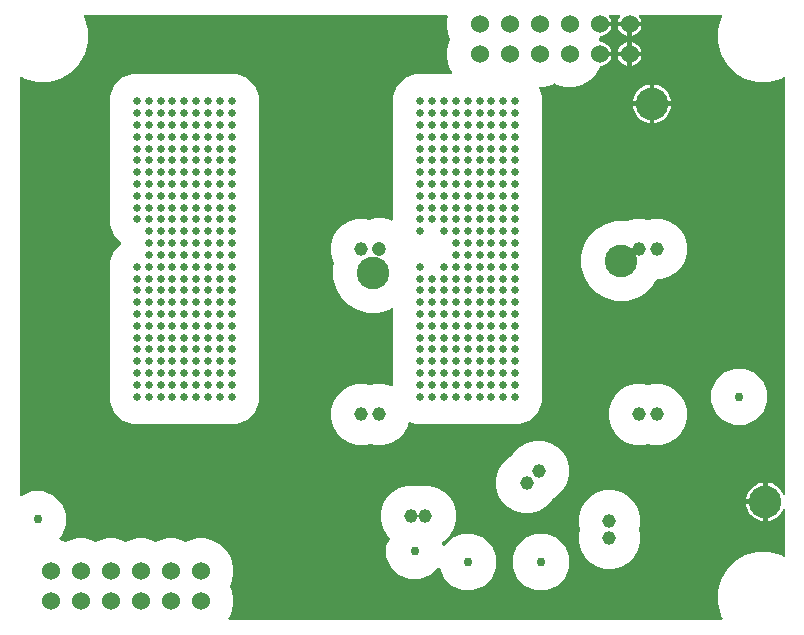
<source format=gbr>
G04 EAGLE Gerber RS-274X export*
G75*
%MOMM*%
%FSLAX34Y34*%
%LPD*%
%INCopper Layer 15*%
%IPPOS*%
%AMOC8*
5,1,8,0,0,1.08239X$1,22.5*%
G01*
%ADD10C,2.760000*%
%ADD11C,1.524000*%
%ADD12C,0.656400*%
%ADD13C,0.756400*%
%ADD14C,1.206400*%
%ADD15C,1.156400*%

G36*
X614824Y21007D02*
X614824Y21007D01*
X614867Y21004D01*
X614963Y21027D01*
X615061Y21041D01*
X615100Y21058D01*
X615142Y21068D01*
X615228Y21116D01*
X615318Y21157D01*
X615350Y21185D01*
X615388Y21206D01*
X615457Y21276D01*
X615532Y21340D01*
X615556Y21376D01*
X615586Y21407D01*
X615632Y21493D01*
X615687Y21576D01*
X615699Y21617D01*
X615719Y21655D01*
X615740Y21752D01*
X615769Y21846D01*
X615770Y21889D01*
X615779Y21931D01*
X615771Y22029D01*
X615773Y22128D01*
X615761Y22169D01*
X615758Y22212D01*
X615727Y22292D01*
X615698Y22400D01*
X615666Y22451D01*
X615647Y22500D01*
X614123Y25139D01*
X611499Y34931D01*
X611499Y45069D01*
X614123Y54861D01*
X619192Y63640D01*
X626360Y70808D01*
X635139Y75877D01*
X644931Y78501D01*
X655069Y78501D01*
X664861Y75877D01*
X667500Y74353D01*
X667540Y74337D01*
X667576Y74313D01*
X667671Y74285D01*
X667762Y74248D01*
X667805Y74244D01*
X667846Y74231D01*
X667944Y74230D01*
X668043Y74220D01*
X668085Y74228D01*
X668128Y74227D01*
X668223Y74254D01*
X668320Y74272D01*
X668358Y74291D01*
X668400Y74302D01*
X668484Y74354D01*
X668572Y74399D01*
X668603Y74428D01*
X668640Y74451D01*
X668706Y74524D01*
X668778Y74591D01*
X668800Y74628D01*
X668829Y74660D01*
X668872Y74749D01*
X668922Y74834D01*
X668933Y74875D01*
X668952Y74914D01*
X668965Y74998D01*
X668993Y75107D01*
X668991Y75167D01*
X668999Y75218D01*
X668999Y114316D01*
X668987Y114402D01*
X668984Y114489D01*
X668967Y114541D01*
X668959Y114595D01*
X668924Y114674D01*
X668897Y114757D01*
X668866Y114802D01*
X668843Y114852D01*
X668787Y114918D01*
X668738Y114990D01*
X668695Y115025D01*
X668660Y115066D01*
X668587Y115114D01*
X668520Y115169D01*
X668470Y115191D01*
X668424Y115221D01*
X668341Y115246D01*
X668261Y115280D01*
X668207Y115287D01*
X668154Y115303D01*
X668067Y115304D01*
X667981Y115315D01*
X667927Y115306D01*
X667872Y115307D01*
X667788Y115284D01*
X667703Y115270D01*
X667653Y115246D01*
X667600Y115232D01*
X667526Y115186D01*
X667448Y115149D01*
X667407Y115112D01*
X667360Y115084D01*
X667302Y115019D01*
X667237Y114962D01*
X667211Y114918D01*
X667171Y114874D01*
X667122Y114772D01*
X667077Y114698D01*
X666687Y113757D01*
X665616Y111902D01*
X664312Y110203D01*
X662797Y108688D01*
X661098Y107384D01*
X659243Y106313D01*
X657264Y105493D01*
X655195Y104939D01*
X653999Y104781D01*
X653999Y120000D01*
X653990Y120063D01*
X653991Y120128D01*
X653970Y120202D01*
X653959Y120279D01*
X653933Y120338D01*
X653916Y120400D01*
X653875Y120466D01*
X653843Y120536D01*
X653801Y120585D01*
X653768Y120640D01*
X653710Y120691D01*
X653660Y120750D01*
X653606Y120786D01*
X653558Y120829D01*
X653489Y120862D01*
X653424Y120905D01*
X653362Y120924D01*
X653305Y120952D01*
X653235Y120962D01*
X653154Y120987D01*
X653069Y120988D01*
X653000Y120999D01*
X651999Y120999D01*
X651999Y121001D01*
X653000Y121001D01*
X653064Y121010D01*
X653128Y121009D01*
X653203Y121030D01*
X653279Y121041D01*
X653338Y121067D01*
X653400Y121084D01*
X653466Y121125D01*
X653536Y121157D01*
X653585Y121199D01*
X653640Y121232D01*
X653692Y121290D01*
X653750Y121340D01*
X653786Y121394D01*
X653829Y121442D01*
X653862Y121511D01*
X653905Y121576D01*
X653924Y121638D01*
X653952Y121696D01*
X653962Y121765D01*
X653987Y121846D01*
X653988Y121931D01*
X653999Y122000D01*
X653999Y137219D01*
X655195Y137061D01*
X657264Y136507D01*
X659243Y135687D01*
X661098Y134616D01*
X662797Y133312D01*
X664312Y131797D01*
X665616Y130098D01*
X666687Y128243D01*
X667077Y127302D01*
X667121Y127227D01*
X667157Y127148D01*
X667192Y127106D01*
X667220Y127059D01*
X667284Y127000D01*
X667340Y126934D01*
X667386Y126904D01*
X667426Y126866D01*
X667503Y126827D01*
X667576Y126779D01*
X667629Y126763D01*
X667678Y126738D01*
X667763Y126722D01*
X667846Y126697D01*
X667901Y126696D01*
X667955Y126686D01*
X668041Y126694D01*
X668128Y126693D01*
X668181Y126708D01*
X668235Y126713D01*
X668316Y126745D01*
X668400Y126768D01*
X668446Y126797D01*
X668497Y126817D01*
X668566Y126871D01*
X668640Y126916D01*
X668676Y126957D01*
X668720Y126991D01*
X668771Y127061D01*
X668829Y127126D01*
X668853Y127175D01*
X668885Y127220D01*
X668914Y127301D01*
X668952Y127379D01*
X668960Y127430D01*
X668979Y127485D01*
X668986Y127599D01*
X668999Y127684D01*
X668999Y479782D01*
X668993Y479824D01*
X668996Y479867D01*
X668973Y479963D01*
X668959Y480061D01*
X668942Y480100D01*
X668932Y480142D01*
X668884Y480228D01*
X668843Y480318D01*
X668815Y480350D01*
X668794Y480388D01*
X668724Y480457D01*
X668660Y480532D01*
X668624Y480556D01*
X668593Y480586D01*
X668507Y480632D01*
X668424Y480687D01*
X668383Y480699D01*
X668345Y480719D01*
X668248Y480740D01*
X668154Y480769D01*
X668111Y480770D01*
X668069Y480779D01*
X667971Y480771D01*
X667872Y480773D01*
X667831Y480761D01*
X667788Y480758D01*
X667708Y480727D01*
X667600Y480698D01*
X667549Y480666D01*
X667500Y480647D01*
X664861Y479123D01*
X655069Y476499D01*
X644931Y476499D01*
X635139Y479123D01*
X626360Y484192D01*
X619192Y491360D01*
X614123Y500139D01*
X611499Y509931D01*
X611499Y520069D01*
X614123Y529861D01*
X615070Y531500D01*
X615086Y531540D01*
X615109Y531576D01*
X615138Y531671D01*
X615175Y531762D01*
X615179Y531805D01*
X615192Y531846D01*
X615193Y531944D01*
X615203Y532043D01*
X615195Y532085D01*
X615195Y532128D01*
X615169Y532223D01*
X615151Y532320D01*
X615132Y532358D01*
X615120Y532400D01*
X615068Y532484D01*
X615024Y532572D01*
X614995Y532603D01*
X614972Y532640D01*
X614899Y532706D01*
X614831Y532778D01*
X614795Y532800D01*
X614763Y532829D01*
X614674Y532872D01*
X614589Y532922D01*
X614548Y532933D01*
X614509Y532952D01*
X614424Y532965D01*
X614316Y532993D01*
X614256Y532991D01*
X614204Y532999D01*
X545999Y532999D01*
X545905Y532986D01*
X545810Y532981D01*
X545766Y532966D01*
X545720Y532959D01*
X545634Y532920D01*
X545544Y532889D01*
X545506Y532862D01*
X545463Y532843D01*
X545391Y532781D01*
X545313Y532727D01*
X545284Y532690D01*
X545249Y532660D01*
X545197Y532580D01*
X545138Y532506D01*
X545120Y532463D01*
X545094Y532424D01*
X545067Y532333D01*
X545031Y532245D01*
X545026Y532199D01*
X545012Y532154D01*
X545011Y532059D01*
X545001Y531965D01*
X545009Y531919D01*
X545008Y531872D01*
X545034Y531781D01*
X545050Y531687D01*
X545070Y531648D01*
X545083Y531600D01*
X545150Y531493D01*
X545191Y531413D01*
X545690Y530725D01*
X546416Y529300D01*
X546911Y527779D01*
X546971Y527399D01*
X538000Y527399D01*
X537937Y527390D01*
X537872Y527391D01*
X537798Y527370D01*
X537721Y527359D01*
X537662Y527333D01*
X537600Y527316D01*
X537534Y527275D01*
X537464Y527243D01*
X537415Y527201D01*
X537360Y527168D01*
X537309Y527110D01*
X537250Y527060D01*
X537214Y527006D01*
X537171Y526958D01*
X537138Y526889D01*
X537095Y526824D01*
X537076Y526762D01*
X537048Y526705D01*
X537038Y526635D01*
X537013Y526554D01*
X537012Y526469D01*
X537001Y526400D01*
X537001Y525399D01*
X536999Y525399D01*
X536999Y526400D01*
X536990Y526464D01*
X536991Y526528D01*
X536970Y526603D01*
X536959Y526679D01*
X536933Y526738D01*
X536916Y526800D01*
X536875Y526866D01*
X536843Y526936D01*
X536801Y526985D01*
X536768Y527040D01*
X536710Y527092D01*
X536660Y527150D01*
X536606Y527186D01*
X536558Y527229D01*
X536489Y527262D01*
X536424Y527305D01*
X536362Y527324D01*
X536304Y527352D01*
X536235Y527362D01*
X536154Y527387D01*
X536069Y527388D01*
X536000Y527399D01*
X527029Y527399D01*
X527089Y527779D01*
X527584Y529300D01*
X528310Y530725D01*
X528809Y531413D01*
X528854Y531497D01*
X528906Y531576D01*
X528919Y531621D01*
X528941Y531662D01*
X528960Y531755D01*
X528988Y531846D01*
X528989Y531892D01*
X528998Y531938D01*
X528990Y532033D01*
X528992Y532128D01*
X528979Y532173D01*
X528976Y532219D01*
X528942Y532308D01*
X528917Y532400D01*
X528892Y532439D01*
X528876Y532483D01*
X528818Y532559D01*
X528768Y532640D01*
X528734Y532671D01*
X528706Y532708D01*
X528630Y532765D01*
X528559Y532829D01*
X528517Y532849D01*
X528480Y532877D01*
X528391Y532910D01*
X528305Y532952D01*
X528262Y532958D01*
X528216Y532976D01*
X528090Y532985D01*
X528001Y532999D01*
X520599Y532999D01*
X520505Y532986D01*
X520410Y532981D01*
X520366Y532966D01*
X520320Y532959D01*
X520234Y532920D01*
X520144Y532889D01*
X520106Y532862D01*
X520063Y532843D01*
X519991Y532781D01*
X519913Y532727D01*
X519884Y532690D01*
X519849Y532660D01*
X519797Y532580D01*
X519738Y532506D01*
X519720Y532463D01*
X519694Y532424D01*
X519667Y532333D01*
X519631Y532245D01*
X519626Y532199D01*
X519612Y532154D01*
X519611Y532059D01*
X519601Y531965D01*
X519609Y531919D01*
X519608Y531872D01*
X519634Y531780D01*
X519650Y531687D01*
X519670Y531648D01*
X519683Y531600D01*
X519750Y531493D01*
X519791Y531413D01*
X520290Y530725D01*
X521016Y529300D01*
X521511Y527779D01*
X521571Y527399D01*
X514820Y527399D01*
X514756Y527390D01*
X514692Y527391D01*
X514617Y527370D01*
X514541Y527359D01*
X514482Y527333D01*
X514420Y527316D01*
X514354Y527275D01*
X514284Y527243D01*
X514235Y527201D01*
X514180Y527168D01*
X514128Y527110D01*
X514070Y527060D01*
X514034Y527006D01*
X513991Y526958D01*
X513958Y526889D01*
X513915Y526824D01*
X513896Y526762D01*
X513868Y526705D01*
X513857Y526635D01*
X513833Y526554D01*
X513832Y526469D01*
X513821Y526400D01*
X513821Y524400D01*
X513830Y524336D01*
X513829Y524272D01*
X513850Y524197D01*
X513861Y524121D01*
X513887Y524062D01*
X513904Y524000D01*
X513945Y523934D01*
X513977Y523864D01*
X514019Y523815D01*
X514052Y523760D01*
X514110Y523708D01*
X514160Y523650D01*
X514214Y523614D01*
X514262Y523571D01*
X514331Y523538D01*
X514396Y523495D01*
X514458Y523476D01*
X514515Y523448D01*
X514585Y523437D01*
X514666Y523413D01*
X514751Y523412D01*
X514820Y523401D01*
X521571Y523401D01*
X521511Y523021D01*
X521016Y521500D01*
X520290Y520075D01*
X519350Y518781D01*
X518219Y517650D01*
X516925Y516710D01*
X515500Y515984D01*
X513979Y515489D01*
X512681Y515284D01*
X512674Y515282D01*
X512667Y515281D01*
X512539Y515240D01*
X512411Y515201D01*
X512405Y515197D01*
X512399Y515195D01*
X512288Y515120D01*
X512176Y515046D01*
X512171Y515040D01*
X512165Y515036D01*
X512122Y514983D01*
X511993Y514831D01*
X511984Y514812D01*
X511972Y514796D01*
X511050Y513200D01*
X511018Y513120D01*
X510977Y513045D01*
X510966Y512990D01*
X510945Y512938D01*
X510936Y512853D01*
X510918Y512769D01*
X510922Y512713D01*
X510917Y512657D01*
X510933Y512573D01*
X510939Y512488D01*
X510958Y512439D01*
X510969Y512380D01*
X511019Y512280D01*
X511050Y512200D01*
X511972Y510604D01*
X511976Y510598D01*
X511979Y510591D01*
X512063Y510487D01*
X512146Y510382D01*
X512152Y510377D01*
X512156Y510372D01*
X512266Y510295D01*
X512375Y510217D01*
X512382Y510215D01*
X512387Y510211D01*
X512453Y510190D01*
X512641Y510123D01*
X512662Y510122D01*
X512681Y510116D01*
X513979Y509911D01*
X515500Y509416D01*
X516925Y508690D01*
X518219Y507750D01*
X519350Y506619D01*
X520290Y505325D01*
X521016Y503900D01*
X521511Y502379D01*
X521571Y501999D01*
X514820Y501999D01*
X514756Y501990D01*
X514692Y501991D01*
X514617Y501970D01*
X514541Y501959D01*
X514482Y501933D01*
X514420Y501916D01*
X514354Y501875D01*
X514284Y501843D01*
X514235Y501801D01*
X514180Y501768D01*
X514128Y501710D01*
X514070Y501660D01*
X514034Y501606D01*
X513991Y501558D01*
X513958Y501489D01*
X513915Y501424D01*
X513896Y501362D01*
X513868Y501305D01*
X513857Y501235D01*
X513833Y501154D01*
X513832Y501069D01*
X513821Y501000D01*
X513821Y499000D01*
X513830Y498936D01*
X513829Y498872D01*
X513850Y498797D01*
X513861Y498721D01*
X513887Y498662D01*
X513904Y498600D01*
X513945Y498534D01*
X513977Y498464D01*
X514019Y498415D01*
X514052Y498360D01*
X514110Y498308D01*
X514160Y498250D01*
X514214Y498214D01*
X514262Y498171D01*
X514331Y498138D01*
X514396Y498095D01*
X514458Y498076D01*
X514515Y498048D01*
X514585Y498037D01*
X514666Y498013D01*
X514751Y498012D01*
X514820Y498001D01*
X521571Y498001D01*
X521539Y497797D01*
X521538Y497797D01*
X521511Y497621D01*
X521016Y496100D01*
X520290Y494675D01*
X519350Y493381D01*
X518219Y492250D01*
X516925Y491310D01*
X515500Y490584D01*
X513979Y490089D01*
X512681Y489884D01*
X512674Y489882D01*
X512667Y489881D01*
X512539Y489840D01*
X512411Y489801D01*
X512405Y489797D01*
X512399Y489795D01*
X512288Y489720D01*
X512176Y489646D01*
X512171Y489640D01*
X512165Y489636D01*
X512122Y489583D01*
X511993Y489431D01*
X511984Y489412D01*
X511972Y489396D01*
X508302Y483040D01*
X503160Y477898D01*
X496861Y474262D01*
X489836Y472379D01*
X482564Y472379D01*
X475539Y474262D01*
X474000Y475150D01*
X473920Y475182D01*
X473845Y475223D01*
X473790Y475234D01*
X473738Y475255D01*
X473653Y475264D01*
X473569Y475282D01*
X473513Y475278D01*
X473457Y475283D01*
X473373Y475268D01*
X473288Y475261D01*
X473239Y475242D01*
X473180Y475231D01*
X473080Y475181D01*
X473000Y475150D01*
X471461Y474262D01*
X464436Y472379D01*
X461569Y472379D01*
X461452Y472363D01*
X461333Y472351D01*
X461312Y472343D01*
X461290Y472339D01*
X461182Y472291D01*
X461071Y472247D01*
X461054Y472233D01*
X461033Y472223D01*
X460943Y472146D01*
X460849Y472073D01*
X460836Y472055D01*
X460818Y472040D01*
X460753Y471940D01*
X460684Y471844D01*
X460676Y471823D01*
X460664Y471804D01*
X460629Y471690D01*
X460590Y471579D01*
X460588Y471556D01*
X460582Y471534D01*
X460580Y471416D01*
X460573Y471297D01*
X460578Y471276D01*
X460578Y471252D01*
X460628Y471073D01*
X460646Y470998D01*
X463283Y464631D01*
X463283Y455360D01*
X463264Y455289D01*
X463232Y455199D01*
X463230Y455153D01*
X463218Y455109D01*
X463221Y455013D01*
X463216Y454917D01*
X463226Y454876D01*
X463227Y454827D01*
X463267Y454705D01*
X463283Y454641D01*
X463283Y445360D01*
X463264Y445289D01*
X463232Y445199D01*
X463230Y445153D01*
X463218Y445109D01*
X463221Y445013D01*
X463216Y444917D01*
X463226Y444876D01*
X463227Y444827D01*
X463267Y444705D01*
X463283Y444641D01*
X463283Y435360D01*
X463264Y435289D01*
X463232Y435199D01*
X463230Y435153D01*
X463218Y435109D01*
X463221Y435013D01*
X463216Y434917D01*
X463226Y434876D01*
X463227Y434827D01*
X463267Y434705D01*
X463283Y434641D01*
X463283Y425360D01*
X463264Y425289D01*
X463232Y425199D01*
X463230Y425153D01*
X463218Y425109D01*
X463221Y425013D01*
X463216Y424917D01*
X463226Y424876D01*
X463227Y424827D01*
X463267Y424705D01*
X463283Y424641D01*
X463283Y415360D01*
X463264Y415289D01*
X463232Y415199D01*
X463230Y415153D01*
X463218Y415109D01*
X463221Y415013D01*
X463216Y414917D01*
X463226Y414876D01*
X463227Y414827D01*
X463267Y414705D01*
X463283Y414641D01*
X463283Y405360D01*
X463264Y405289D01*
X463232Y405199D01*
X463230Y405153D01*
X463218Y405109D01*
X463221Y405013D01*
X463216Y404917D01*
X463226Y404876D01*
X463227Y404827D01*
X463267Y404705D01*
X463283Y404641D01*
X463283Y395360D01*
X463264Y395289D01*
X463232Y395199D01*
X463230Y395153D01*
X463218Y395109D01*
X463221Y395013D01*
X463216Y394917D01*
X463226Y394876D01*
X463227Y394827D01*
X463267Y394705D01*
X463283Y394641D01*
X463283Y385360D01*
X463264Y385289D01*
X463232Y385199D01*
X463230Y385153D01*
X463218Y385109D01*
X463221Y385013D01*
X463216Y384917D01*
X463226Y384876D01*
X463227Y384827D01*
X463267Y384705D01*
X463283Y384641D01*
X463283Y375360D01*
X463264Y375289D01*
X463232Y375199D01*
X463230Y375153D01*
X463218Y375109D01*
X463221Y375013D01*
X463216Y374917D01*
X463226Y374876D01*
X463227Y374827D01*
X463267Y374705D01*
X463283Y374641D01*
X463283Y365360D01*
X463264Y365289D01*
X463232Y365199D01*
X463230Y365153D01*
X463218Y365109D01*
X463221Y365013D01*
X463216Y364917D01*
X463226Y364876D01*
X463227Y364827D01*
X463267Y364705D01*
X463283Y364641D01*
X463283Y355360D01*
X463264Y355289D01*
X463232Y355199D01*
X463230Y355153D01*
X463218Y355109D01*
X463221Y355013D01*
X463216Y354917D01*
X463226Y354876D01*
X463227Y354827D01*
X463267Y354705D01*
X463283Y354641D01*
X463283Y345360D01*
X463264Y345289D01*
X463232Y345199D01*
X463230Y345153D01*
X463218Y345109D01*
X463221Y345013D01*
X463216Y344917D01*
X463226Y344876D01*
X463227Y344827D01*
X463267Y344705D01*
X463283Y344641D01*
X463283Y335360D01*
X463265Y335289D01*
X463232Y335199D01*
X463230Y335153D01*
X463218Y335109D01*
X463221Y335013D01*
X463216Y334917D01*
X463226Y334876D01*
X463227Y334827D01*
X463267Y334706D01*
X463283Y334641D01*
X463283Y325360D01*
X463264Y325289D01*
X463232Y325199D01*
X463230Y325153D01*
X463218Y325109D01*
X463221Y325013D01*
X463216Y324917D01*
X463226Y324876D01*
X463227Y324827D01*
X463267Y324705D01*
X463283Y324641D01*
X463283Y315360D01*
X463264Y315289D01*
X463232Y315199D01*
X463230Y315153D01*
X463218Y315109D01*
X463221Y315013D01*
X463216Y314917D01*
X463226Y314876D01*
X463227Y314827D01*
X463267Y314705D01*
X463283Y314641D01*
X463283Y305360D01*
X463264Y305289D01*
X463232Y305199D01*
X463230Y305153D01*
X463218Y305109D01*
X463221Y305013D01*
X463216Y304917D01*
X463226Y304876D01*
X463227Y304827D01*
X463267Y304705D01*
X463283Y304641D01*
X463283Y295360D01*
X463264Y295289D01*
X463232Y295199D01*
X463230Y295153D01*
X463218Y295109D01*
X463221Y295013D01*
X463216Y294917D01*
X463226Y294876D01*
X463227Y294827D01*
X463267Y294705D01*
X463283Y294641D01*
X463283Y285360D01*
X463264Y285289D01*
X463232Y285199D01*
X463230Y285153D01*
X463218Y285109D01*
X463221Y285013D01*
X463216Y284917D01*
X463226Y284876D01*
X463227Y284827D01*
X463267Y284705D01*
X463283Y284641D01*
X463283Y275360D01*
X463264Y275289D01*
X463232Y275199D01*
X463230Y275153D01*
X463218Y275109D01*
X463221Y275013D01*
X463216Y274917D01*
X463226Y274876D01*
X463227Y274827D01*
X463267Y274705D01*
X463283Y274641D01*
X463283Y265360D01*
X463264Y265289D01*
X463232Y265199D01*
X463230Y265153D01*
X463218Y265109D01*
X463221Y265013D01*
X463216Y264917D01*
X463226Y264876D01*
X463227Y264827D01*
X463267Y264705D01*
X463283Y264641D01*
X463283Y255360D01*
X463264Y255289D01*
X463232Y255199D01*
X463230Y255153D01*
X463218Y255109D01*
X463221Y255013D01*
X463216Y254917D01*
X463226Y254876D01*
X463227Y254827D01*
X463267Y254705D01*
X463283Y254641D01*
X463283Y245360D01*
X463264Y245289D01*
X463232Y245199D01*
X463230Y245153D01*
X463218Y245109D01*
X463221Y245013D01*
X463216Y244917D01*
X463226Y244876D01*
X463227Y244827D01*
X463267Y244705D01*
X463283Y244641D01*
X463283Y235360D01*
X463264Y235289D01*
X463232Y235199D01*
X463230Y235153D01*
X463218Y235109D01*
X463221Y235013D01*
X463216Y234917D01*
X463226Y234876D01*
X463227Y234827D01*
X463267Y234705D01*
X463283Y234641D01*
X463283Y225360D01*
X463264Y225289D01*
X463232Y225199D01*
X463230Y225153D01*
X463218Y225109D01*
X463221Y225013D01*
X463216Y224917D01*
X463226Y224876D01*
X463227Y224827D01*
X463267Y224705D01*
X463283Y224641D01*
X463283Y215360D01*
X463264Y215289D01*
X463232Y215199D01*
X463230Y215153D01*
X463218Y215109D01*
X463221Y215013D01*
X463216Y214917D01*
X463226Y214876D01*
X463227Y214827D01*
X463267Y214705D01*
X463283Y214641D01*
X463283Y205369D01*
X459738Y196811D01*
X453189Y190262D01*
X444631Y186717D01*
X435360Y186717D01*
X435289Y186735D01*
X435199Y186768D01*
X435153Y186770D01*
X435109Y186782D01*
X435013Y186779D01*
X434917Y186784D01*
X434876Y186774D01*
X434827Y186773D01*
X434706Y186733D01*
X434641Y186717D01*
X425360Y186717D01*
X425289Y186735D01*
X425199Y186768D01*
X425153Y186770D01*
X425109Y186782D01*
X425013Y186779D01*
X424917Y186784D01*
X424876Y186774D01*
X424827Y186773D01*
X424706Y186733D01*
X424641Y186717D01*
X415360Y186717D01*
X415289Y186736D01*
X415199Y186768D01*
X415153Y186770D01*
X415109Y186782D01*
X415013Y186779D01*
X414917Y186784D01*
X414876Y186774D01*
X414827Y186773D01*
X414705Y186733D01*
X414641Y186717D01*
X405360Y186717D01*
X405289Y186735D01*
X405199Y186768D01*
X405153Y186770D01*
X405109Y186782D01*
X405013Y186779D01*
X404917Y186784D01*
X404876Y186774D01*
X404827Y186773D01*
X404706Y186733D01*
X404641Y186717D01*
X395360Y186717D01*
X395289Y186735D01*
X395199Y186768D01*
X395153Y186770D01*
X395109Y186782D01*
X395013Y186779D01*
X394917Y186784D01*
X394876Y186774D01*
X394827Y186773D01*
X394706Y186733D01*
X394641Y186717D01*
X385360Y186717D01*
X385289Y186736D01*
X385199Y186768D01*
X385153Y186770D01*
X385109Y186782D01*
X385013Y186779D01*
X384917Y186784D01*
X384876Y186774D01*
X384827Y186773D01*
X384705Y186733D01*
X384641Y186717D01*
X375360Y186717D01*
X375289Y186735D01*
X375199Y186768D01*
X375153Y186770D01*
X375109Y186782D01*
X375013Y186779D01*
X374917Y186784D01*
X374876Y186774D01*
X374827Y186773D01*
X374706Y186733D01*
X374641Y186717D01*
X365360Y186717D01*
X365289Y186735D01*
X365199Y186768D01*
X365153Y186770D01*
X365109Y186782D01*
X365013Y186779D01*
X364917Y186784D01*
X364876Y186774D01*
X364827Y186773D01*
X364706Y186733D01*
X364641Y186717D01*
X355369Y186717D01*
X351115Y188479D01*
X350990Y188511D01*
X350865Y188547D01*
X350853Y188547D01*
X350841Y188549D01*
X350713Y188545D01*
X350583Y188544D01*
X350572Y188541D01*
X350560Y188540D01*
X350437Y188500D01*
X350313Y188463D01*
X350303Y188457D01*
X350291Y188453D01*
X350185Y188380D01*
X350076Y188310D01*
X350068Y188301D01*
X350058Y188294D01*
X349976Y188195D01*
X349892Y188097D01*
X349887Y188086D01*
X349879Y188076D01*
X349768Y187817D01*
X349767Y187816D01*
X349767Y187815D01*
X349026Y185048D01*
X345631Y179169D01*
X340831Y174369D01*
X334952Y170974D01*
X328394Y169217D01*
X321606Y169217D01*
X317759Y170248D01*
X317653Y170261D01*
X317548Y170281D01*
X317515Y170277D01*
X317479Y170282D01*
X317332Y170258D01*
X317241Y170248D01*
X313394Y169217D01*
X306606Y169217D01*
X300048Y170974D01*
X294169Y174369D01*
X289369Y179169D01*
X285974Y185048D01*
X284217Y191606D01*
X284217Y198394D01*
X285974Y204952D01*
X289369Y210831D01*
X294169Y215631D01*
X300048Y219026D01*
X306606Y220783D01*
X313394Y220783D01*
X317241Y219752D01*
X317347Y219739D01*
X317452Y219719D01*
X317485Y219723D01*
X317521Y219718D01*
X317668Y219742D01*
X317759Y219752D01*
X321606Y220783D01*
X328394Y220783D01*
X334952Y219026D01*
X335218Y218872D01*
X335258Y218856D01*
X335294Y218832D01*
X335389Y218803D01*
X335480Y218767D01*
X335523Y218762D01*
X335564Y218750D01*
X335662Y218749D01*
X335761Y218739D01*
X335803Y218747D01*
X335846Y218746D01*
X335941Y218772D01*
X336038Y218790D01*
X336076Y218810D01*
X336118Y218821D01*
X336202Y218873D01*
X336290Y218918D01*
X336321Y218947D01*
X336358Y218969D01*
X336424Y219043D01*
X336496Y219110D01*
X336518Y219147D01*
X336547Y219179D01*
X336590Y219267D01*
X336640Y219352D01*
X336651Y219394D01*
X336670Y219433D01*
X336683Y219517D01*
X336711Y219625D01*
X336709Y219686D01*
X336717Y219737D01*
X336717Y224640D01*
X336735Y224711D01*
X336768Y224801D01*
X336770Y224847D01*
X336782Y224891D01*
X336779Y224987D01*
X336784Y225083D01*
X336774Y225124D01*
X336773Y225173D01*
X336733Y225294D01*
X336717Y225359D01*
X336717Y234640D01*
X336736Y234711D01*
X336768Y234801D01*
X336770Y234847D01*
X336782Y234891D01*
X336779Y234987D01*
X336784Y235083D01*
X336774Y235124D01*
X336773Y235173D01*
X336733Y235295D01*
X336717Y235359D01*
X336717Y244640D01*
X336735Y244711D01*
X336768Y244801D01*
X336770Y244847D01*
X336782Y244891D01*
X336779Y244987D01*
X336784Y245083D01*
X336774Y245124D01*
X336773Y245173D01*
X336733Y245294D01*
X336717Y245359D01*
X336717Y254640D01*
X336735Y254711D01*
X336768Y254801D01*
X336770Y254847D01*
X336782Y254891D01*
X336779Y254987D01*
X336784Y255083D01*
X336774Y255124D01*
X336773Y255173D01*
X336733Y255294D01*
X336717Y255359D01*
X336717Y264640D01*
X336735Y264711D01*
X336768Y264801D01*
X336770Y264847D01*
X336782Y264891D01*
X336779Y264987D01*
X336784Y265083D01*
X336774Y265124D01*
X336773Y265173D01*
X336733Y265294D01*
X336717Y265359D01*
X336717Y274640D01*
X336735Y274711D01*
X336768Y274801D01*
X336770Y274847D01*
X336782Y274891D01*
X336779Y274987D01*
X336784Y275083D01*
X336774Y275124D01*
X336773Y275173D01*
X336733Y275294D01*
X336717Y275359D01*
X336717Y283891D01*
X336711Y283934D01*
X336714Y283977D01*
X336691Y284073D01*
X336677Y284170D01*
X336660Y284210D01*
X336650Y284251D01*
X336602Y284338D01*
X336561Y284427D01*
X336533Y284460D01*
X336512Y284498D01*
X336442Y284567D01*
X336378Y284642D01*
X336342Y284665D01*
X336311Y284695D01*
X336225Y284742D01*
X336142Y284796D01*
X336101Y284809D01*
X336063Y284829D01*
X335966Y284850D01*
X335872Y284879D01*
X335829Y284879D01*
X335787Y284888D01*
X335689Y284881D01*
X335590Y284882D01*
X335549Y284871D01*
X335506Y284868D01*
X335426Y284837D01*
X335318Y284807D01*
X335267Y284775D01*
X335218Y284757D01*
X333047Y283503D01*
X324450Y281199D01*
X315550Y281199D01*
X306953Y283503D01*
X299246Y287953D01*
X292953Y294246D01*
X288503Y301953D01*
X286199Y310550D01*
X286199Y319450D01*
X287045Y322608D01*
X287057Y322703D01*
X287077Y322797D01*
X287074Y322842D01*
X287079Y322888D01*
X287064Y322983D01*
X287057Y323078D01*
X287041Y323118D01*
X287033Y323166D01*
X286978Y323281D01*
X286946Y323366D01*
X285974Y325048D01*
X284217Y331606D01*
X284217Y338394D01*
X285974Y344952D01*
X289369Y350831D01*
X294169Y355631D01*
X300048Y359026D01*
X306606Y360783D01*
X313394Y360783D01*
X316758Y359881D01*
X316864Y359869D01*
X316969Y359848D01*
X317002Y359852D01*
X317038Y359847D01*
X317185Y359872D01*
X317276Y359881D01*
X321573Y361033D01*
X328427Y361033D01*
X335048Y359259D01*
X335218Y359160D01*
X335258Y359144D01*
X335294Y359121D01*
X335388Y359092D01*
X335480Y359055D01*
X335523Y359051D01*
X335564Y359038D01*
X335662Y359037D01*
X335761Y359027D01*
X335803Y359035D01*
X335846Y359035D01*
X335941Y359061D01*
X336038Y359079D01*
X336076Y359098D01*
X336118Y359110D01*
X336202Y359162D01*
X336290Y359206D01*
X336321Y359236D01*
X336358Y359258D01*
X336424Y359331D01*
X336496Y359399D01*
X336518Y359435D01*
X336547Y359467D01*
X336590Y359556D01*
X336640Y359641D01*
X336651Y359682D01*
X336670Y359721D01*
X336683Y359806D01*
X336711Y359914D01*
X336709Y359974D01*
X336717Y360026D01*
X336717Y364640D01*
X336735Y364711D01*
X336768Y364801D01*
X336770Y364847D01*
X336782Y364891D01*
X336779Y364987D01*
X336784Y365083D01*
X336774Y365124D01*
X336773Y365173D01*
X336733Y365294D01*
X336717Y365359D01*
X336717Y374640D01*
X336735Y374711D01*
X336768Y374801D01*
X336770Y374847D01*
X336782Y374891D01*
X336779Y374987D01*
X336784Y375083D01*
X336774Y375124D01*
X336773Y375173D01*
X336733Y375294D01*
X336717Y375359D01*
X336717Y384640D01*
X336735Y384711D01*
X336768Y384801D01*
X336770Y384847D01*
X336782Y384891D01*
X336779Y384987D01*
X336784Y385083D01*
X336774Y385124D01*
X336773Y385173D01*
X336733Y385294D01*
X336717Y385359D01*
X336717Y394640D01*
X336735Y394711D01*
X336768Y394801D01*
X336770Y394847D01*
X336782Y394891D01*
X336779Y394987D01*
X336784Y395083D01*
X336774Y395124D01*
X336773Y395173D01*
X336733Y395294D01*
X336717Y395359D01*
X336717Y404640D01*
X336735Y404711D01*
X336768Y404801D01*
X336770Y404847D01*
X336782Y404891D01*
X336779Y404987D01*
X336784Y405083D01*
X336774Y405124D01*
X336773Y405173D01*
X336733Y405294D01*
X336717Y405359D01*
X336717Y414640D01*
X336735Y414711D01*
X336768Y414801D01*
X336770Y414847D01*
X336782Y414891D01*
X336779Y414987D01*
X336784Y415083D01*
X336774Y415124D01*
X336773Y415173D01*
X336733Y415294D01*
X336717Y415359D01*
X336717Y424640D01*
X336735Y424711D01*
X336768Y424801D01*
X336770Y424847D01*
X336782Y424891D01*
X336779Y424987D01*
X336784Y425083D01*
X336774Y425124D01*
X336773Y425173D01*
X336733Y425294D01*
X336717Y425359D01*
X336717Y434640D01*
X336735Y434711D01*
X336768Y434801D01*
X336770Y434847D01*
X336782Y434891D01*
X336779Y434987D01*
X336784Y435083D01*
X336774Y435124D01*
X336773Y435173D01*
X336733Y435294D01*
X336717Y435359D01*
X336717Y444640D01*
X336735Y444711D01*
X336768Y444801D01*
X336770Y444847D01*
X336782Y444891D01*
X336779Y444987D01*
X336784Y445083D01*
X336774Y445124D01*
X336773Y445173D01*
X336733Y445294D01*
X336717Y445359D01*
X336717Y454640D01*
X336735Y454711D01*
X336768Y454801D01*
X336770Y454847D01*
X336782Y454891D01*
X336779Y454987D01*
X336784Y455083D01*
X336774Y455124D01*
X336773Y455173D01*
X336733Y455294D01*
X336717Y455359D01*
X336717Y464631D01*
X340262Y473189D01*
X346811Y479738D01*
X355369Y483283D01*
X364640Y483283D01*
X364711Y483265D01*
X364801Y483232D01*
X364847Y483230D01*
X364891Y483218D01*
X364987Y483221D01*
X365083Y483216D01*
X365124Y483226D01*
X365173Y483227D01*
X365294Y483267D01*
X365359Y483283D01*
X374640Y483283D01*
X374711Y483264D01*
X374801Y483232D01*
X374847Y483230D01*
X374891Y483218D01*
X374987Y483221D01*
X375083Y483216D01*
X375124Y483226D01*
X375173Y483227D01*
X375295Y483267D01*
X375359Y483283D01*
X384640Y483283D01*
X384711Y483264D01*
X384801Y483232D01*
X384847Y483230D01*
X384891Y483218D01*
X384987Y483221D01*
X385083Y483216D01*
X385124Y483226D01*
X385173Y483227D01*
X385295Y483267D01*
X385359Y483283D01*
X386027Y483283D01*
X386070Y483289D01*
X386113Y483286D01*
X386209Y483309D01*
X386307Y483323D01*
X386346Y483340D01*
X386387Y483350D01*
X386474Y483398D01*
X386563Y483439D01*
X386596Y483467D01*
X386634Y483488D01*
X386703Y483558D01*
X386778Y483622D01*
X386801Y483658D01*
X386831Y483689D01*
X386878Y483775D01*
X386932Y483858D01*
X386945Y483899D01*
X386965Y483937D01*
X386986Y484034D01*
X387015Y484128D01*
X387015Y484171D01*
X387024Y484213D01*
X387017Y484311D01*
X387018Y484410D01*
X387007Y484451D01*
X387004Y484494D01*
X386973Y484574D01*
X386943Y484682D01*
X386911Y484733D01*
X386893Y484782D01*
X384262Y489339D01*
X382379Y496364D01*
X382379Y503636D01*
X384262Y510661D01*
X385150Y512200D01*
X385182Y512280D01*
X385223Y512355D01*
X385234Y512410D01*
X385255Y512462D01*
X385264Y512547D01*
X385282Y512631D01*
X385278Y512687D01*
X385283Y512743D01*
X385267Y512827D01*
X385261Y512912D01*
X385242Y512961D01*
X385231Y513020D01*
X385181Y513120D01*
X385150Y513200D01*
X384262Y514739D01*
X382379Y521764D01*
X382379Y529036D01*
X383104Y531741D01*
X383111Y531795D01*
X383126Y531846D01*
X383127Y531934D01*
X383138Y532021D01*
X383129Y532074D01*
X383130Y532128D01*
X383106Y532213D01*
X383092Y532300D01*
X383069Y532348D01*
X383055Y532400D01*
X383008Y532475D01*
X382970Y532554D01*
X382935Y532594D01*
X382907Y532640D01*
X382841Y532699D01*
X382783Y532764D01*
X382737Y532793D01*
X382697Y532829D01*
X382618Y532867D01*
X382543Y532914D01*
X382492Y532928D01*
X382443Y532952D01*
X382366Y532964D01*
X382272Y532990D01*
X382200Y532990D01*
X382139Y532999D01*
X75796Y532999D01*
X75753Y532993D01*
X75710Y532996D01*
X75614Y532973D01*
X75516Y532959D01*
X75477Y532942D01*
X75435Y532932D01*
X75349Y532884D01*
X75260Y532843D01*
X75227Y532815D01*
X75189Y532794D01*
X75120Y532724D01*
X75045Y532660D01*
X75022Y532624D01*
X74992Y532593D01*
X74945Y532507D01*
X74891Y532424D01*
X74878Y532383D01*
X74858Y532345D01*
X74837Y532248D01*
X74808Y532154D01*
X74808Y532111D01*
X74799Y532069D01*
X74806Y531971D01*
X74805Y531872D01*
X74816Y531831D01*
X74819Y531788D01*
X74850Y531708D01*
X74880Y531600D01*
X74912Y531549D01*
X74930Y531500D01*
X75877Y529861D01*
X78501Y520069D01*
X78501Y509931D01*
X75877Y500139D01*
X70808Y491360D01*
X63640Y484192D01*
X54861Y479123D01*
X45069Y476499D01*
X34931Y476499D01*
X25139Y479123D01*
X22500Y480647D01*
X22460Y480663D01*
X22424Y480687D01*
X22329Y480715D01*
X22238Y480752D01*
X22195Y480756D01*
X22154Y480769D01*
X22056Y480770D01*
X21957Y480780D01*
X21915Y480772D01*
X21872Y480773D01*
X21777Y480746D01*
X21680Y480728D01*
X21642Y480709D01*
X21600Y480698D01*
X21516Y480646D01*
X21428Y480601D01*
X21397Y480572D01*
X21360Y480549D01*
X21294Y480476D01*
X21222Y480409D01*
X21200Y480372D01*
X21171Y480340D01*
X21128Y480251D01*
X21078Y480166D01*
X21067Y480125D01*
X21048Y480086D01*
X21035Y480002D01*
X21007Y479893D01*
X21009Y479833D01*
X21001Y479782D01*
X21001Y127025D01*
X21017Y126907D01*
X21029Y126789D01*
X21037Y126768D01*
X21041Y126746D01*
X21089Y126638D01*
X21133Y126527D01*
X21147Y126509D01*
X21157Y126489D01*
X21234Y126399D01*
X21307Y126305D01*
X21325Y126292D01*
X21340Y126274D01*
X21440Y126209D01*
X21536Y126140D01*
X21557Y126132D01*
X21576Y126120D01*
X21690Y126085D01*
X21801Y126046D01*
X21824Y126044D01*
X21846Y126038D01*
X21964Y126036D01*
X22083Y126029D01*
X22104Y126034D01*
X22128Y126034D01*
X22307Y126083D01*
X22382Y126102D01*
X31269Y129783D01*
X40731Y129783D01*
X49472Y126162D01*
X56162Y119472D01*
X59783Y110731D01*
X59783Y101269D01*
X56162Y92528D01*
X54241Y90607D01*
X54215Y90572D01*
X54183Y90544D01*
X54130Y90460D01*
X54071Y90381D01*
X54056Y90341D01*
X54033Y90305D01*
X54007Y90210D01*
X53972Y90117D01*
X53968Y90074D01*
X53957Y90033D01*
X53958Y89934D01*
X53950Y89836D01*
X53959Y89794D01*
X53959Y89751D01*
X53987Y89657D01*
X54008Y89560D01*
X54028Y89522D01*
X54040Y89481D01*
X54094Y89398D01*
X54140Y89311D01*
X54170Y89280D01*
X54193Y89244D01*
X54268Y89180D01*
X54337Y89109D01*
X54374Y89088D01*
X54407Y89060D01*
X54485Y89025D01*
X54582Y88970D01*
X54641Y88956D01*
X54689Y88935D01*
X57661Y88138D01*
X59200Y87250D01*
X59280Y87218D01*
X59355Y87177D01*
X59410Y87166D01*
X59462Y87145D01*
X59547Y87136D01*
X59631Y87118D01*
X59687Y87122D01*
X59743Y87117D01*
X59827Y87133D01*
X59912Y87139D01*
X59961Y87158D01*
X60020Y87169D01*
X60120Y87219D01*
X60200Y87250D01*
X61739Y88138D01*
X68764Y90021D01*
X76036Y90021D01*
X83061Y88138D01*
X84600Y87250D01*
X84680Y87218D01*
X84755Y87177D01*
X84810Y87166D01*
X84862Y87145D01*
X84947Y87136D01*
X85031Y87118D01*
X85087Y87122D01*
X85143Y87117D01*
X85227Y87133D01*
X85312Y87139D01*
X85361Y87158D01*
X85420Y87169D01*
X85520Y87219D01*
X85600Y87250D01*
X87139Y88138D01*
X94164Y90021D01*
X101436Y90021D01*
X108461Y88138D01*
X110000Y87250D01*
X110080Y87218D01*
X110155Y87177D01*
X110210Y87166D01*
X110262Y87145D01*
X110347Y87136D01*
X110431Y87118D01*
X110487Y87122D01*
X110543Y87117D01*
X110627Y87133D01*
X110712Y87139D01*
X110761Y87158D01*
X110820Y87169D01*
X110920Y87219D01*
X111000Y87250D01*
X112539Y88138D01*
X119564Y90021D01*
X126836Y90021D01*
X133861Y88138D01*
X135400Y87250D01*
X135480Y87218D01*
X135555Y87177D01*
X135610Y87166D01*
X135662Y87145D01*
X135747Y87136D01*
X135831Y87118D01*
X135887Y87122D01*
X135943Y87117D01*
X136027Y87133D01*
X136112Y87139D01*
X136161Y87158D01*
X136220Y87169D01*
X136320Y87219D01*
X136400Y87250D01*
X137939Y88138D01*
X144964Y90021D01*
X152236Y90021D01*
X159261Y88138D01*
X160800Y87250D01*
X160880Y87218D01*
X160955Y87177D01*
X161010Y87166D01*
X161062Y87145D01*
X161147Y87136D01*
X161231Y87118D01*
X161287Y87122D01*
X161343Y87117D01*
X161427Y87133D01*
X161512Y87139D01*
X161561Y87158D01*
X161620Y87169D01*
X161720Y87219D01*
X161800Y87250D01*
X163339Y88138D01*
X170364Y90021D01*
X177636Y90021D01*
X184661Y88138D01*
X190960Y84502D01*
X196102Y79360D01*
X199738Y73061D01*
X201621Y66036D01*
X201621Y58764D01*
X199738Y51739D01*
X198850Y50200D01*
X198818Y50120D01*
X198777Y50045D01*
X198766Y49990D01*
X198745Y49938D01*
X198736Y49853D01*
X198718Y49769D01*
X198722Y49713D01*
X198717Y49657D01*
X198732Y49573D01*
X198739Y49488D01*
X198758Y49439D01*
X198769Y49380D01*
X198819Y49280D01*
X198850Y49200D01*
X199738Y47661D01*
X201621Y40636D01*
X201621Y33364D01*
X199738Y26339D01*
X197522Y22500D01*
X197506Y22460D01*
X197482Y22424D01*
X197453Y22329D01*
X197417Y22238D01*
X197412Y22195D01*
X197400Y22154D01*
X197399Y22056D01*
X197389Y21957D01*
X197397Y21915D01*
X197396Y21872D01*
X197423Y21777D01*
X197441Y21680D01*
X197460Y21642D01*
X197471Y21600D01*
X197523Y21516D01*
X197568Y21428D01*
X197597Y21397D01*
X197620Y21360D01*
X197693Y21294D01*
X197760Y21222D01*
X197797Y21200D01*
X197829Y21171D01*
X197918Y21128D01*
X198002Y21078D01*
X198044Y21067D01*
X198083Y21048D01*
X198167Y21035D01*
X198275Y21007D01*
X198336Y21009D01*
X198387Y21001D01*
X614782Y21001D01*
X614824Y21007D01*
G37*
%LPC*%
G36*
X115369Y186717D02*
X115369Y186717D01*
X106811Y190262D01*
X100262Y196811D01*
X96717Y205369D01*
X96717Y214640D01*
X96735Y214711D01*
X96768Y214801D01*
X96770Y214847D01*
X96782Y214891D01*
X96779Y214987D01*
X96784Y215083D01*
X96774Y215124D01*
X96773Y215173D01*
X96733Y215294D01*
X96717Y215359D01*
X96717Y224640D01*
X96735Y224711D01*
X96768Y224801D01*
X96770Y224847D01*
X96782Y224891D01*
X96779Y224987D01*
X96784Y225083D01*
X96774Y225124D01*
X96773Y225173D01*
X96733Y225294D01*
X96717Y225359D01*
X96717Y234640D01*
X96735Y234711D01*
X96768Y234801D01*
X96770Y234847D01*
X96782Y234891D01*
X96779Y234987D01*
X96784Y235083D01*
X96774Y235124D01*
X96773Y235173D01*
X96733Y235294D01*
X96717Y235359D01*
X96717Y244640D01*
X96735Y244711D01*
X96768Y244801D01*
X96770Y244847D01*
X96782Y244891D01*
X96779Y244987D01*
X96784Y245083D01*
X96774Y245124D01*
X96773Y245173D01*
X96733Y245294D01*
X96717Y245359D01*
X96717Y254640D01*
X96735Y254711D01*
X96768Y254801D01*
X96770Y254847D01*
X96782Y254891D01*
X96779Y254987D01*
X96784Y255083D01*
X96774Y255124D01*
X96773Y255173D01*
X96733Y255294D01*
X96717Y255359D01*
X96717Y264640D01*
X96735Y264711D01*
X96768Y264801D01*
X96770Y264847D01*
X96782Y264891D01*
X96779Y264987D01*
X96784Y265083D01*
X96774Y265124D01*
X96773Y265173D01*
X96733Y265294D01*
X96717Y265359D01*
X96717Y274640D01*
X96735Y274711D01*
X96768Y274801D01*
X96770Y274847D01*
X96782Y274891D01*
X96779Y274987D01*
X96784Y275083D01*
X96774Y275124D01*
X96773Y275173D01*
X96733Y275294D01*
X96717Y275359D01*
X96717Y284640D01*
X96735Y284711D01*
X96768Y284801D01*
X96770Y284847D01*
X96782Y284891D01*
X96779Y284987D01*
X96784Y285083D01*
X96774Y285124D01*
X96773Y285173D01*
X96733Y285294D01*
X96717Y285359D01*
X96717Y294640D01*
X96735Y294711D01*
X96768Y294801D01*
X96770Y294847D01*
X96782Y294891D01*
X96779Y294987D01*
X96784Y295083D01*
X96774Y295124D01*
X96773Y295173D01*
X96733Y295294D01*
X96717Y295359D01*
X96717Y304640D01*
X96735Y304711D01*
X96768Y304801D01*
X96770Y304847D01*
X96782Y304891D01*
X96779Y304987D01*
X96784Y305083D01*
X96774Y305124D01*
X96773Y305173D01*
X96733Y305294D01*
X96717Y305359D01*
X96717Y314640D01*
X96735Y314711D01*
X96768Y314801D01*
X96770Y314847D01*
X96782Y314891D01*
X96779Y314987D01*
X96784Y315083D01*
X96774Y315124D01*
X96773Y315173D01*
X96733Y315294D01*
X96717Y315359D01*
X96717Y324631D01*
X100262Y333189D01*
X106367Y339293D01*
X106405Y339345D01*
X106451Y339390D01*
X106489Y339457D01*
X106536Y339519D01*
X106559Y339579D01*
X106590Y339635D01*
X106608Y339710D01*
X106635Y339783D01*
X106640Y339847D01*
X106655Y339909D01*
X106651Y339987D01*
X106657Y340064D01*
X106644Y340127D01*
X106641Y340191D01*
X106615Y340264D01*
X106600Y340340D01*
X106570Y340397D01*
X106548Y340458D01*
X106507Y340514D01*
X106467Y340589D01*
X106408Y340650D01*
X106367Y340707D01*
X100262Y346811D01*
X96717Y355369D01*
X96717Y364640D01*
X96735Y364711D01*
X96768Y364801D01*
X96770Y364847D01*
X96782Y364891D01*
X96779Y364987D01*
X96784Y365083D01*
X96774Y365124D01*
X96773Y365173D01*
X96733Y365294D01*
X96717Y365359D01*
X96717Y374640D01*
X96735Y374711D01*
X96768Y374801D01*
X96770Y374847D01*
X96782Y374891D01*
X96779Y374987D01*
X96784Y375083D01*
X96774Y375124D01*
X96773Y375173D01*
X96733Y375294D01*
X96717Y375359D01*
X96717Y384640D01*
X96735Y384711D01*
X96768Y384801D01*
X96770Y384847D01*
X96782Y384891D01*
X96779Y384987D01*
X96784Y385083D01*
X96774Y385124D01*
X96773Y385173D01*
X96733Y385294D01*
X96717Y385359D01*
X96717Y394640D01*
X96735Y394711D01*
X96768Y394801D01*
X96770Y394847D01*
X96782Y394891D01*
X96779Y394987D01*
X96784Y395083D01*
X96774Y395124D01*
X96773Y395173D01*
X96733Y395294D01*
X96717Y395359D01*
X96717Y404640D01*
X96735Y404711D01*
X96768Y404801D01*
X96770Y404847D01*
X96782Y404891D01*
X96779Y404987D01*
X96784Y405083D01*
X96774Y405124D01*
X96773Y405173D01*
X96733Y405294D01*
X96717Y405359D01*
X96717Y414640D01*
X96735Y414711D01*
X96768Y414801D01*
X96770Y414847D01*
X96782Y414891D01*
X96779Y414987D01*
X96784Y415083D01*
X96774Y415124D01*
X96773Y415173D01*
X96733Y415294D01*
X96717Y415359D01*
X96717Y424640D01*
X96735Y424711D01*
X96768Y424801D01*
X96770Y424847D01*
X96782Y424891D01*
X96779Y424987D01*
X96784Y425083D01*
X96774Y425124D01*
X96773Y425173D01*
X96733Y425294D01*
X96717Y425359D01*
X96717Y434640D01*
X96736Y434711D01*
X96768Y434801D01*
X96770Y434847D01*
X96782Y434891D01*
X96779Y434987D01*
X96784Y435083D01*
X96774Y435124D01*
X96773Y435173D01*
X96733Y435295D01*
X96717Y435359D01*
X96717Y444640D01*
X96735Y444711D01*
X96768Y444801D01*
X96770Y444847D01*
X96782Y444891D01*
X96779Y444987D01*
X96784Y445083D01*
X96774Y445124D01*
X96773Y445173D01*
X96733Y445294D01*
X96717Y445359D01*
X96717Y454640D01*
X96735Y454711D01*
X96768Y454801D01*
X96770Y454847D01*
X96782Y454891D01*
X96779Y454987D01*
X96784Y455083D01*
X96774Y455124D01*
X96773Y455173D01*
X96733Y455294D01*
X96717Y455359D01*
X96717Y464631D01*
X100262Y473189D01*
X106811Y479738D01*
X115369Y483283D01*
X124640Y483283D01*
X124711Y483265D01*
X124801Y483232D01*
X124847Y483230D01*
X124891Y483218D01*
X124987Y483221D01*
X125083Y483216D01*
X125124Y483226D01*
X125173Y483227D01*
X125294Y483267D01*
X125359Y483283D01*
X134640Y483283D01*
X134711Y483264D01*
X134801Y483232D01*
X134847Y483230D01*
X134891Y483218D01*
X134987Y483221D01*
X135083Y483216D01*
X135124Y483226D01*
X135173Y483227D01*
X135295Y483267D01*
X135359Y483283D01*
X144640Y483283D01*
X144711Y483264D01*
X144801Y483232D01*
X144847Y483230D01*
X144891Y483218D01*
X144987Y483221D01*
X145083Y483216D01*
X145124Y483226D01*
X145173Y483227D01*
X145295Y483267D01*
X145359Y483283D01*
X154640Y483283D01*
X154711Y483265D01*
X154801Y483232D01*
X154847Y483230D01*
X154891Y483218D01*
X154987Y483221D01*
X155083Y483216D01*
X155124Y483226D01*
X155173Y483227D01*
X155294Y483267D01*
X155359Y483283D01*
X164640Y483283D01*
X164711Y483264D01*
X164801Y483232D01*
X164847Y483230D01*
X164891Y483218D01*
X164987Y483221D01*
X165083Y483216D01*
X165124Y483226D01*
X165173Y483227D01*
X165295Y483267D01*
X165359Y483283D01*
X174640Y483283D01*
X174711Y483265D01*
X174801Y483232D01*
X174847Y483230D01*
X174891Y483218D01*
X174987Y483221D01*
X175083Y483216D01*
X175124Y483226D01*
X175173Y483227D01*
X175294Y483267D01*
X175359Y483283D01*
X184640Y483283D01*
X184711Y483264D01*
X184801Y483232D01*
X184847Y483230D01*
X184891Y483218D01*
X184987Y483221D01*
X185083Y483216D01*
X185124Y483226D01*
X185173Y483227D01*
X185295Y483267D01*
X185359Y483283D01*
X194640Y483283D01*
X194711Y483264D01*
X194801Y483232D01*
X194847Y483230D01*
X194891Y483218D01*
X194987Y483221D01*
X195083Y483216D01*
X195124Y483226D01*
X195173Y483227D01*
X195295Y483267D01*
X195359Y483283D01*
X204631Y483283D01*
X213189Y479738D01*
X219738Y473189D01*
X223283Y464631D01*
X223283Y455360D01*
X223264Y455289D01*
X223232Y455199D01*
X223230Y455153D01*
X223218Y455109D01*
X223221Y455013D01*
X223216Y454917D01*
X223226Y454876D01*
X223227Y454827D01*
X223267Y454705D01*
X223283Y454641D01*
X223283Y445360D01*
X223264Y445289D01*
X223232Y445199D01*
X223230Y445153D01*
X223218Y445109D01*
X223221Y445013D01*
X223216Y444917D01*
X223226Y444876D01*
X223227Y444827D01*
X223267Y444705D01*
X223283Y444641D01*
X223283Y435360D01*
X223264Y435289D01*
X223232Y435199D01*
X223230Y435153D01*
X223218Y435109D01*
X223221Y435013D01*
X223216Y434917D01*
X223226Y434876D01*
X223227Y434827D01*
X223267Y434705D01*
X223283Y434641D01*
X223283Y425360D01*
X223264Y425289D01*
X223232Y425199D01*
X223230Y425153D01*
X223218Y425109D01*
X223221Y425013D01*
X223216Y424917D01*
X223226Y424876D01*
X223227Y424827D01*
X223267Y424705D01*
X223283Y424641D01*
X223283Y415360D01*
X223264Y415289D01*
X223232Y415199D01*
X223230Y415153D01*
X223218Y415109D01*
X223221Y415013D01*
X223216Y414917D01*
X223226Y414876D01*
X223227Y414827D01*
X223267Y414705D01*
X223283Y414641D01*
X223283Y405360D01*
X223264Y405289D01*
X223232Y405199D01*
X223230Y405153D01*
X223218Y405109D01*
X223221Y405013D01*
X223216Y404917D01*
X223226Y404876D01*
X223227Y404827D01*
X223267Y404705D01*
X223283Y404641D01*
X223283Y395360D01*
X223264Y395289D01*
X223232Y395199D01*
X223230Y395153D01*
X223218Y395109D01*
X223221Y395013D01*
X223216Y394917D01*
X223226Y394876D01*
X223227Y394827D01*
X223267Y394705D01*
X223283Y394641D01*
X223283Y385360D01*
X223264Y385289D01*
X223232Y385199D01*
X223230Y385153D01*
X223218Y385109D01*
X223221Y385013D01*
X223216Y384917D01*
X223226Y384876D01*
X223227Y384827D01*
X223267Y384705D01*
X223283Y384641D01*
X223283Y375360D01*
X223265Y375289D01*
X223232Y375199D01*
X223230Y375153D01*
X223218Y375109D01*
X223221Y375013D01*
X223216Y374917D01*
X223226Y374876D01*
X223227Y374827D01*
X223267Y374706D01*
X223283Y374641D01*
X223283Y365360D01*
X223264Y365289D01*
X223232Y365199D01*
X223230Y365153D01*
X223218Y365109D01*
X223221Y365013D01*
X223216Y364917D01*
X223226Y364876D01*
X223227Y364827D01*
X223267Y364705D01*
X223283Y364641D01*
X223283Y355360D01*
X223264Y355289D01*
X223232Y355199D01*
X223230Y355153D01*
X223218Y355109D01*
X223221Y355013D01*
X223216Y354917D01*
X223226Y354876D01*
X223227Y354827D01*
X223267Y354705D01*
X223283Y354641D01*
X223283Y345360D01*
X223264Y345289D01*
X223232Y345199D01*
X223230Y345153D01*
X223218Y345109D01*
X223221Y345013D01*
X223216Y344917D01*
X223226Y344876D01*
X223227Y344827D01*
X223267Y344705D01*
X223283Y344641D01*
X223283Y335360D01*
X223264Y335289D01*
X223232Y335199D01*
X223230Y335153D01*
X223218Y335109D01*
X223221Y335013D01*
X223216Y334917D01*
X223226Y334876D01*
X223227Y334827D01*
X223267Y334705D01*
X223283Y334641D01*
X223283Y325360D01*
X223265Y325289D01*
X223232Y325199D01*
X223230Y325153D01*
X223218Y325109D01*
X223221Y325013D01*
X223216Y324917D01*
X223226Y324876D01*
X223227Y324827D01*
X223267Y324706D01*
X223283Y324641D01*
X223283Y315360D01*
X223264Y315289D01*
X223232Y315199D01*
X223230Y315153D01*
X223218Y315109D01*
X223221Y315013D01*
X223216Y314917D01*
X223226Y314876D01*
X223227Y314827D01*
X223267Y314705D01*
X223283Y314641D01*
X223283Y305360D01*
X223264Y305289D01*
X223232Y305199D01*
X223230Y305153D01*
X223218Y305109D01*
X223221Y305013D01*
X223216Y304917D01*
X223226Y304876D01*
X223227Y304827D01*
X223267Y304705D01*
X223283Y304641D01*
X223283Y295360D01*
X223264Y295289D01*
X223232Y295199D01*
X223230Y295153D01*
X223218Y295109D01*
X223221Y295013D01*
X223216Y294917D01*
X223226Y294876D01*
X223227Y294827D01*
X223267Y294705D01*
X223283Y294641D01*
X223283Y285360D01*
X223264Y285289D01*
X223232Y285199D01*
X223230Y285153D01*
X223218Y285109D01*
X223221Y285013D01*
X223216Y284917D01*
X223226Y284876D01*
X223227Y284827D01*
X223267Y284705D01*
X223283Y284641D01*
X223283Y275360D01*
X223264Y275289D01*
X223232Y275199D01*
X223230Y275153D01*
X223218Y275109D01*
X223221Y275013D01*
X223216Y274917D01*
X223226Y274876D01*
X223227Y274827D01*
X223267Y274705D01*
X223283Y274641D01*
X223283Y265360D01*
X223264Y265289D01*
X223232Y265199D01*
X223230Y265153D01*
X223218Y265109D01*
X223221Y265013D01*
X223216Y264917D01*
X223226Y264876D01*
X223227Y264827D01*
X223267Y264705D01*
X223283Y264641D01*
X223283Y255360D01*
X223264Y255289D01*
X223232Y255199D01*
X223230Y255153D01*
X223218Y255109D01*
X223221Y255013D01*
X223216Y254917D01*
X223226Y254876D01*
X223227Y254827D01*
X223267Y254705D01*
X223283Y254641D01*
X223283Y245360D01*
X223264Y245289D01*
X223232Y245199D01*
X223230Y245153D01*
X223218Y245109D01*
X223221Y245013D01*
X223216Y244917D01*
X223226Y244876D01*
X223227Y244827D01*
X223267Y244705D01*
X223283Y244641D01*
X223283Y235360D01*
X223264Y235289D01*
X223232Y235199D01*
X223230Y235153D01*
X223218Y235109D01*
X223221Y235013D01*
X223216Y234917D01*
X223226Y234876D01*
X223227Y234827D01*
X223267Y234705D01*
X223283Y234641D01*
X223283Y225360D01*
X223264Y225289D01*
X223232Y225199D01*
X223230Y225153D01*
X223218Y225109D01*
X223221Y225013D01*
X223216Y224917D01*
X223226Y224876D01*
X223227Y224827D01*
X223267Y224705D01*
X223283Y224641D01*
X223283Y215360D01*
X223264Y215289D01*
X223232Y215199D01*
X223230Y215153D01*
X223218Y215109D01*
X223221Y215013D01*
X223216Y214917D01*
X223226Y214876D01*
X223227Y214827D01*
X223267Y214705D01*
X223283Y214641D01*
X223283Y205369D01*
X219738Y196811D01*
X213189Y190262D01*
X204631Y186717D01*
X195360Y186717D01*
X195289Y186736D01*
X195199Y186768D01*
X195153Y186770D01*
X195109Y186782D01*
X195013Y186779D01*
X194917Y186784D01*
X194876Y186774D01*
X194827Y186773D01*
X194705Y186733D01*
X194641Y186717D01*
X185360Y186717D01*
X185289Y186735D01*
X185199Y186768D01*
X185153Y186770D01*
X185109Y186782D01*
X185013Y186779D01*
X184917Y186784D01*
X184876Y186774D01*
X184827Y186773D01*
X184706Y186733D01*
X184641Y186717D01*
X175360Y186717D01*
X175289Y186735D01*
X175199Y186768D01*
X175153Y186770D01*
X175109Y186782D01*
X175013Y186779D01*
X174917Y186784D01*
X174876Y186774D01*
X174827Y186773D01*
X174706Y186733D01*
X174641Y186717D01*
X165360Y186717D01*
X165289Y186736D01*
X165199Y186768D01*
X165153Y186770D01*
X165109Y186782D01*
X165013Y186779D01*
X164917Y186784D01*
X164876Y186774D01*
X164827Y186773D01*
X164705Y186733D01*
X164641Y186717D01*
X155360Y186717D01*
X155289Y186735D01*
X155199Y186768D01*
X155153Y186770D01*
X155109Y186782D01*
X155013Y186779D01*
X154917Y186784D01*
X154876Y186774D01*
X154827Y186773D01*
X154706Y186733D01*
X154641Y186717D01*
X145360Y186717D01*
X145289Y186735D01*
X145199Y186768D01*
X145153Y186770D01*
X145109Y186782D01*
X145013Y186779D01*
X144917Y186784D01*
X144876Y186774D01*
X144827Y186773D01*
X144706Y186733D01*
X144641Y186717D01*
X135360Y186717D01*
X135289Y186736D01*
X135199Y186768D01*
X135153Y186770D01*
X135109Y186782D01*
X135013Y186779D01*
X134917Y186784D01*
X134876Y186774D01*
X134827Y186773D01*
X134705Y186733D01*
X134641Y186717D01*
X125360Y186717D01*
X125289Y186735D01*
X125199Y186768D01*
X125153Y186770D01*
X125109Y186782D01*
X125013Y186779D01*
X124917Y186784D01*
X124876Y186774D01*
X124827Y186773D01*
X124706Y186733D01*
X124641Y186717D01*
X115369Y186717D01*
G37*
%LPD*%
%LPC*%
G36*
X395269Y46217D02*
X395269Y46217D01*
X386528Y49838D01*
X379838Y56528D01*
X376405Y64817D01*
X376344Y64919D01*
X376289Y65024D01*
X376273Y65040D01*
X376261Y65060D01*
X376175Y65141D01*
X376092Y65226D01*
X376072Y65237D01*
X376055Y65253D01*
X375950Y65306D01*
X375846Y65365D01*
X375824Y65370D01*
X375804Y65380D01*
X375688Y65402D01*
X375572Y65430D01*
X375549Y65429D01*
X375527Y65433D01*
X375409Y65421D01*
X375290Y65415D01*
X375269Y65408D01*
X375246Y65406D01*
X375136Y65362D01*
X375024Y65323D01*
X375006Y65310D01*
X374984Y65301D01*
X374837Y65187D01*
X374775Y65141D01*
X368472Y58838D01*
X359731Y55217D01*
X350269Y55217D01*
X341528Y58838D01*
X334838Y65528D01*
X331217Y74269D01*
X331217Y83731D01*
X333771Y89895D01*
X333773Y89904D01*
X333778Y89912D01*
X333808Y90041D01*
X333841Y90168D01*
X333840Y90177D01*
X333843Y90187D01*
X333836Y90319D01*
X333832Y90450D01*
X333829Y90459D01*
X333828Y90468D01*
X333785Y90593D01*
X333744Y90718D01*
X333739Y90726D01*
X333736Y90735D01*
X333690Y90797D01*
X333585Y90951D01*
X333567Y90966D01*
X333554Y90984D01*
X331535Y93003D01*
X328140Y98882D01*
X326383Y105439D01*
X326383Y112228D01*
X328140Y118786D01*
X331535Y124665D01*
X336335Y129465D01*
X342214Y132860D01*
X348772Y134617D01*
X355561Y134617D01*
X357908Y133988D01*
X358013Y133975D01*
X358118Y133955D01*
X358151Y133958D01*
X358188Y133954D01*
X358334Y133978D01*
X358425Y133988D01*
X360772Y134617D01*
X367561Y134617D01*
X374118Y132860D01*
X379997Y129465D01*
X384797Y124665D01*
X388192Y118786D01*
X389949Y112228D01*
X389949Y105439D01*
X388192Y98882D01*
X384797Y93003D01*
X379997Y88203D01*
X378281Y87212D01*
X378162Y87118D01*
X378061Y87040D01*
X378060Y87039D01*
X378059Y87038D01*
X377975Y86920D01*
X377896Y86811D01*
X377896Y86810D01*
X377895Y86809D01*
X377849Y86680D01*
X377802Y86545D01*
X377801Y86544D01*
X377801Y86543D01*
X377793Y86405D01*
X377785Y86264D01*
X377785Y86262D01*
X377785Y86261D01*
X377849Y85986D01*
X377855Y85975D01*
X377858Y85964D01*
X378595Y84183D01*
X378656Y84081D01*
X378711Y83976D01*
X378727Y83960D01*
X378739Y83940D01*
X378825Y83859D01*
X378908Y83774D01*
X378928Y83763D01*
X378945Y83747D01*
X379050Y83694D01*
X379154Y83635D01*
X379176Y83630D01*
X379196Y83620D01*
X379312Y83598D01*
X379428Y83570D01*
X379451Y83571D01*
X379473Y83567D01*
X379591Y83579D01*
X379710Y83585D01*
X379731Y83592D01*
X379754Y83594D01*
X379864Y83638D01*
X379976Y83677D01*
X379994Y83690D01*
X380016Y83699D01*
X380162Y83813D01*
X380225Y83859D01*
X386528Y90162D01*
X395269Y93783D01*
X404731Y93783D01*
X413472Y90162D01*
X420162Y83472D01*
X423783Y74731D01*
X423783Y65269D01*
X420162Y56528D01*
X413472Y49838D01*
X404731Y46217D01*
X395269Y46217D01*
G37*
%LPD*%
%LPC*%
G36*
X525550Y291199D02*
X525550Y291199D01*
X516953Y293503D01*
X509246Y297953D01*
X502953Y304246D01*
X498503Y311953D01*
X496199Y320550D01*
X496199Y329450D01*
X498503Y338047D01*
X502953Y345754D01*
X509246Y352047D01*
X516953Y356497D01*
X525550Y358801D01*
X534391Y358801D01*
X534496Y358816D01*
X534603Y358823D01*
X534634Y358835D01*
X534670Y358841D01*
X534805Y358902D01*
X534890Y358935D01*
X535048Y359026D01*
X541606Y360783D01*
X548394Y360783D01*
X552241Y359752D01*
X552347Y359739D01*
X552452Y359719D01*
X552485Y359723D01*
X552521Y359718D01*
X552668Y359742D01*
X552759Y359752D01*
X556606Y360783D01*
X563394Y360783D01*
X569952Y359026D01*
X575831Y355631D01*
X580631Y350831D01*
X584026Y344952D01*
X585783Y338394D01*
X585783Y331606D01*
X584026Y325048D01*
X580631Y319169D01*
X575831Y314369D01*
X569952Y310974D01*
X563394Y309217D01*
X560494Y309217D01*
X560410Y309205D01*
X560324Y309203D01*
X560271Y309185D01*
X560215Y309177D01*
X560137Y309142D01*
X560056Y309116D01*
X560009Y309084D01*
X559958Y309061D01*
X559893Y309006D01*
X559823Y308958D01*
X559790Y308917D01*
X559744Y308878D01*
X559683Y308784D01*
X559629Y308718D01*
X557047Y304246D01*
X550754Y297953D01*
X543047Y293503D01*
X534450Y291199D01*
X525550Y291199D01*
G37*
%LPD*%
%LPC*%
G36*
X516606Y64217D02*
X516606Y64217D01*
X510048Y65974D01*
X504169Y69369D01*
X499369Y74169D01*
X495974Y80048D01*
X494217Y86606D01*
X494217Y93394D01*
X495248Y97241D01*
X495261Y97347D01*
X495281Y97452D01*
X495277Y97485D01*
X495282Y97521D01*
X495258Y97668D01*
X495248Y97759D01*
X494217Y101606D01*
X494217Y108394D01*
X495974Y114952D01*
X499369Y120831D01*
X504169Y125631D01*
X510048Y129026D01*
X516606Y130783D01*
X523394Y130783D01*
X529952Y129026D01*
X535831Y125631D01*
X540631Y120831D01*
X544026Y114952D01*
X545783Y108394D01*
X545783Y101606D01*
X544752Y97759D01*
X544739Y97653D01*
X544719Y97548D01*
X544723Y97515D01*
X544718Y97479D01*
X544742Y97332D01*
X544752Y97241D01*
X545783Y93394D01*
X545783Y86606D01*
X544026Y80048D01*
X540631Y74169D01*
X535831Y69369D01*
X529952Y65974D01*
X523394Y64217D01*
X516606Y64217D01*
G37*
%LPD*%
%LPC*%
G36*
X541606Y169217D02*
X541606Y169217D01*
X535048Y170974D01*
X529169Y174369D01*
X524369Y179169D01*
X520974Y185048D01*
X519217Y191606D01*
X519217Y198394D01*
X520974Y204952D01*
X524369Y210831D01*
X529169Y215631D01*
X535048Y219026D01*
X541606Y220783D01*
X548394Y220783D01*
X552241Y219752D01*
X552347Y219739D01*
X552452Y219719D01*
X552485Y219723D01*
X552521Y219718D01*
X552668Y219742D01*
X552759Y219752D01*
X556606Y220783D01*
X563394Y220783D01*
X569952Y219026D01*
X575831Y215631D01*
X580631Y210831D01*
X584026Y204952D01*
X585783Y198394D01*
X585783Y191606D01*
X584026Y185048D01*
X580631Y179169D01*
X575831Y174369D01*
X569952Y170974D01*
X563394Y169217D01*
X556606Y169217D01*
X552759Y170248D01*
X552653Y170261D01*
X552548Y170281D01*
X552515Y170277D01*
X552479Y170282D01*
X552332Y170258D01*
X552241Y170248D01*
X548394Y169217D01*
X541606Y169217D01*
G37*
%LPD*%
%LPC*%
G36*
X446606Y111217D02*
X446606Y111217D01*
X440048Y112974D01*
X434169Y116369D01*
X429369Y121169D01*
X425974Y127048D01*
X424217Y133606D01*
X424217Y140394D01*
X425974Y146952D01*
X429369Y152831D01*
X434169Y157631D01*
X437234Y159401D01*
X437318Y159467D01*
X437406Y159526D01*
X437426Y159552D01*
X437456Y159575D01*
X437542Y159695D01*
X437599Y159766D01*
X439369Y162831D01*
X444169Y167631D01*
X450048Y171026D01*
X456606Y172783D01*
X463394Y172783D01*
X469952Y171026D01*
X475831Y167631D01*
X480631Y162831D01*
X484026Y156952D01*
X485783Y150394D01*
X485783Y143606D01*
X484026Y137048D01*
X480631Y131169D01*
X475831Y126369D01*
X472766Y124599D01*
X472682Y124533D01*
X472594Y124474D01*
X472574Y124448D01*
X472544Y124425D01*
X472458Y124305D01*
X472401Y124234D01*
X470631Y121169D01*
X465831Y116369D01*
X459952Y112974D01*
X453394Y111217D01*
X446606Y111217D01*
G37*
%LPD*%
%LPC*%
G36*
X457269Y46217D02*
X457269Y46217D01*
X448528Y49838D01*
X441838Y56528D01*
X438217Y65269D01*
X438217Y74731D01*
X441838Y83472D01*
X448528Y90162D01*
X457269Y93783D01*
X466731Y93783D01*
X475472Y90162D01*
X482162Y83472D01*
X485783Y74731D01*
X485783Y65269D01*
X482162Y56528D01*
X475472Y49838D01*
X466731Y46217D01*
X457269Y46217D01*
G37*
%LPD*%
%LPC*%
G36*
X625269Y186217D02*
X625269Y186217D01*
X616528Y189838D01*
X609838Y196528D01*
X606217Y205269D01*
X606217Y214731D01*
X609838Y223472D01*
X616528Y230162D01*
X625269Y233783D01*
X634731Y233783D01*
X643472Y230162D01*
X650162Y223472D01*
X653783Y214731D01*
X653783Y205269D01*
X650162Y196528D01*
X643472Y189838D01*
X634731Y186217D01*
X625269Y186217D01*
G37*
%LPD*%
%LPC*%
G36*
X557999Y459999D02*
X557999Y459999D01*
X557999Y474219D01*
X559195Y474061D01*
X561264Y473507D01*
X563243Y472687D01*
X565098Y471616D01*
X566797Y470312D01*
X568312Y468797D01*
X569616Y467098D01*
X570687Y465243D01*
X571507Y463264D01*
X572061Y461195D01*
X572219Y459999D01*
X557999Y459999D01*
G37*
%LPD*%
%LPC*%
G36*
X539781Y459999D02*
X539781Y459999D01*
X539939Y461195D01*
X540493Y463264D01*
X541313Y465243D01*
X542384Y467098D01*
X543688Y468797D01*
X545203Y470312D01*
X546902Y471616D01*
X548757Y472687D01*
X550736Y473507D01*
X552805Y474061D01*
X554001Y474219D01*
X554001Y459999D01*
X539781Y459999D01*
G37*
%LPD*%
%LPC*%
G36*
X557999Y456001D02*
X557999Y456001D01*
X572219Y456001D01*
X572061Y454805D01*
X571507Y452736D01*
X570687Y450757D01*
X569616Y448902D01*
X568312Y447203D01*
X566797Y445688D01*
X565098Y444384D01*
X563243Y443313D01*
X561264Y442493D01*
X559195Y441939D01*
X557999Y441781D01*
X557999Y456001D01*
G37*
%LPD*%
%LPC*%
G36*
X635781Y122999D02*
X635781Y122999D01*
X635939Y124195D01*
X636493Y126264D01*
X637313Y128243D01*
X638384Y130098D01*
X639688Y131797D01*
X641203Y133312D01*
X642902Y134616D01*
X644757Y135687D01*
X646736Y136507D01*
X648805Y137061D01*
X650001Y137219D01*
X650001Y122999D01*
X635781Y122999D01*
G37*
%LPD*%
%LPC*%
G36*
X648805Y104939D02*
X648805Y104939D01*
X646736Y105493D01*
X644757Y106313D01*
X642902Y107384D01*
X641203Y108688D01*
X639688Y110203D01*
X638384Y111902D01*
X637313Y113757D01*
X636493Y115736D01*
X635939Y117805D01*
X635781Y119001D01*
X650001Y119001D01*
X650001Y104781D01*
X648805Y104939D01*
G37*
%LPD*%
%LPC*%
G36*
X552805Y441939D02*
X552805Y441939D01*
X550736Y442493D01*
X548757Y443313D01*
X546902Y444384D01*
X545203Y445688D01*
X543688Y447203D01*
X542384Y448902D01*
X541313Y450757D01*
X540493Y452736D01*
X539939Y454805D01*
X539781Y456001D01*
X554001Y456001D01*
X554001Y441781D01*
X552805Y441939D01*
G37*
%LPD*%
%LPC*%
G36*
X538999Y501999D02*
X538999Y501999D01*
X538999Y509971D01*
X539379Y509911D01*
X540900Y509416D01*
X542325Y508690D01*
X543619Y507750D01*
X544750Y506619D01*
X545690Y505325D01*
X546416Y503900D01*
X546911Y502379D01*
X546971Y501999D01*
X538999Y501999D01*
G37*
%LPD*%
%LPC*%
G36*
X538999Y498001D02*
X538999Y498001D01*
X546971Y498001D01*
X546939Y497797D01*
X546938Y497797D01*
X546911Y497621D01*
X546416Y496100D01*
X545690Y494675D01*
X544750Y493381D01*
X543619Y492250D01*
X542325Y491310D01*
X540900Y490584D01*
X539379Y490089D01*
X538999Y490029D01*
X538999Y498001D01*
G37*
%LPD*%
%LPC*%
G36*
X527029Y501999D02*
X527029Y501999D01*
X527089Y502379D01*
X527584Y503900D01*
X528310Y505325D01*
X529250Y506619D01*
X530381Y507750D01*
X531675Y508690D01*
X533100Y509416D01*
X534621Y509911D01*
X535001Y509971D01*
X535001Y501999D01*
X527029Y501999D01*
G37*
%LPD*%
%LPC*%
G36*
X538999Y523401D02*
X538999Y523401D01*
X546971Y523401D01*
X546911Y523021D01*
X546416Y521500D01*
X545690Y520075D01*
X544750Y518781D01*
X543619Y517650D01*
X542325Y516710D01*
X540900Y515984D01*
X539379Y515489D01*
X538999Y515429D01*
X538999Y523401D01*
G37*
%LPD*%
%LPC*%
G36*
X534621Y515489D02*
X534621Y515489D01*
X533100Y515984D01*
X531675Y516710D01*
X530381Y517650D01*
X529250Y518781D01*
X528310Y520075D01*
X527584Y521500D01*
X527089Y523021D01*
X527029Y523401D01*
X535001Y523401D01*
X535001Y515429D01*
X534621Y515489D01*
G37*
%LPD*%
%LPC*%
G36*
X534621Y490089D02*
X534621Y490089D01*
X533100Y490584D01*
X531675Y491310D01*
X530381Y492250D01*
X529250Y493381D01*
X528310Y494675D01*
X527584Y496100D01*
X527089Y497621D01*
X527029Y498001D01*
X535001Y498001D01*
X535001Y490029D01*
X534621Y490089D01*
G37*
%LPD*%
%LPC*%
G36*
X536999Y499999D02*
X536999Y499999D01*
X536999Y500001D01*
X537001Y500001D01*
X537001Y499999D01*
X536999Y499999D01*
G37*
%LPD*%
%LPC*%
G36*
X555999Y457999D02*
X555999Y457999D01*
X555999Y458001D01*
X556001Y458001D01*
X556001Y457999D01*
X555999Y457999D01*
G37*
%LPD*%
D10*
X320000Y315000D03*
X530000Y325000D03*
X556000Y458000D03*
X652000Y121000D03*
D11*
X47000Y37000D03*
X47000Y62400D03*
X72400Y37000D03*
X72400Y62400D03*
X97800Y37000D03*
X97800Y62400D03*
X123200Y37000D03*
X123200Y62400D03*
X148600Y37000D03*
X148600Y62400D03*
X174000Y37000D03*
X174000Y62400D03*
X410000Y500000D03*
X410000Y525400D03*
X435400Y500000D03*
X435400Y525400D03*
X460800Y500000D03*
X460800Y525400D03*
X486200Y500000D03*
X486200Y525400D03*
X511600Y500000D03*
X511600Y525400D03*
X537000Y500000D03*
X537000Y525400D03*
D12*
X360000Y460000D03*
X360000Y450000D03*
X360000Y440000D03*
X360000Y430000D03*
X360000Y420000D03*
X360000Y410000D03*
X360000Y400000D03*
X360000Y390000D03*
X360000Y380000D03*
X360000Y370000D03*
X360000Y360000D03*
X360000Y350000D03*
X370000Y360000D03*
X370000Y370000D03*
X370000Y380000D03*
X370000Y390000D03*
X370000Y400000D03*
X370000Y410000D03*
X370000Y420000D03*
X370000Y430000D03*
X370000Y440000D03*
X370000Y450000D03*
X370000Y460000D03*
X380000Y460000D03*
X380000Y450000D03*
X380000Y440000D03*
X380000Y430000D03*
X380000Y420000D03*
X380000Y410000D03*
X380000Y400000D03*
X380000Y390000D03*
X380000Y380000D03*
X380000Y370000D03*
X380000Y360000D03*
X380000Y350000D03*
X390000Y460000D03*
X390000Y450000D03*
X390000Y440000D03*
X390000Y430000D03*
X390000Y420000D03*
X390000Y410000D03*
X390000Y400000D03*
X390000Y390000D03*
X390000Y380000D03*
X390000Y370000D03*
X390000Y360000D03*
X390000Y350000D03*
X390000Y340000D03*
X400000Y340000D03*
X400000Y350000D03*
X400000Y360000D03*
X400000Y370000D03*
X400000Y380000D03*
X400000Y390000D03*
X400000Y400000D03*
X400000Y410000D03*
X400000Y420000D03*
X400000Y430000D03*
X400000Y440000D03*
X400000Y450000D03*
X400000Y460000D03*
X410000Y460000D03*
X410000Y450000D03*
X410000Y440000D03*
X410000Y430000D03*
X410000Y420000D03*
X410000Y410000D03*
X410000Y400000D03*
X410000Y390000D03*
X410000Y380000D03*
X410000Y370000D03*
X410000Y360000D03*
X410000Y350000D03*
X410000Y340000D03*
X420000Y460000D03*
X420000Y450000D03*
X420000Y440000D03*
X420000Y430000D03*
X420000Y420000D03*
X420000Y410000D03*
X420000Y400000D03*
X420000Y390000D03*
X420000Y380000D03*
X420000Y370000D03*
X420000Y360000D03*
X420000Y350000D03*
X420000Y340000D03*
X430000Y340000D03*
X430000Y350000D03*
X430000Y360000D03*
X430000Y370000D03*
X430000Y380000D03*
X430000Y390000D03*
X430000Y400000D03*
X430000Y410000D03*
X430000Y420000D03*
X430000Y430000D03*
X430000Y440000D03*
X430000Y450000D03*
X430000Y460000D03*
X440000Y460000D03*
X440000Y450000D03*
X440000Y440000D03*
X440000Y430000D03*
X440000Y420000D03*
X440000Y410000D03*
X440000Y400000D03*
X440000Y390000D03*
X440000Y380000D03*
X440000Y370000D03*
X440000Y360000D03*
X440000Y350000D03*
X440000Y340000D03*
X360000Y320000D03*
X360000Y310000D03*
X360000Y300000D03*
X360000Y290000D03*
X360000Y280000D03*
X360000Y270000D03*
X360000Y260000D03*
X360000Y250000D03*
X360000Y240000D03*
X360000Y230000D03*
X360000Y220000D03*
X360000Y210000D03*
X370000Y210000D03*
X370000Y220000D03*
X370000Y230000D03*
X370000Y240000D03*
X370000Y250000D03*
X370000Y260000D03*
X370000Y270000D03*
X370000Y280000D03*
X370000Y290000D03*
X370000Y300000D03*
X370000Y310000D03*
X380000Y320000D03*
X380000Y310000D03*
X380000Y300000D03*
X380000Y290000D03*
X380000Y280000D03*
X380000Y270000D03*
X380000Y260000D03*
X380000Y250000D03*
X380000Y240000D03*
X380000Y230000D03*
X380000Y220000D03*
X380000Y210000D03*
X390000Y330000D03*
X390000Y320000D03*
X390000Y310000D03*
X390000Y300000D03*
X390000Y290000D03*
X390000Y280000D03*
X390000Y270000D03*
X390000Y260000D03*
X390000Y250000D03*
X390000Y240000D03*
X390000Y230000D03*
X390000Y220000D03*
X390000Y210000D03*
X400000Y210000D03*
X400000Y220000D03*
X400000Y230000D03*
X400000Y240000D03*
X400000Y250000D03*
X400000Y260000D03*
X400000Y270000D03*
X400000Y280000D03*
X400000Y290000D03*
X400000Y300000D03*
X400000Y310000D03*
X400000Y320000D03*
X400000Y330000D03*
X410000Y330000D03*
X410000Y320000D03*
X410000Y310000D03*
X410000Y300000D03*
X410000Y290000D03*
X410000Y280000D03*
X410000Y270000D03*
X410000Y260000D03*
X410000Y250000D03*
X410000Y240000D03*
X410000Y230000D03*
X410000Y220000D03*
X410000Y210000D03*
X420000Y330000D03*
X420000Y320000D03*
X420000Y310000D03*
X420000Y300000D03*
X420000Y290000D03*
X420000Y280000D03*
X420000Y270000D03*
X420000Y260000D03*
X420000Y250000D03*
X420000Y240000D03*
X420000Y230000D03*
X420000Y220000D03*
X420000Y210000D03*
X430000Y210000D03*
X430000Y220000D03*
X430000Y230000D03*
X430000Y240000D03*
X430000Y250000D03*
X430000Y260000D03*
X430000Y270000D03*
X430000Y280000D03*
X430000Y290000D03*
X430000Y300000D03*
X430000Y310000D03*
X430000Y320000D03*
X430000Y330000D03*
X440000Y330000D03*
X440000Y320000D03*
X440000Y310000D03*
X440000Y300000D03*
X440000Y290000D03*
X440000Y280000D03*
X440000Y270000D03*
X440000Y260000D03*
X440000Y250000D03*
X440000Y240000D03*
X440000Y230000D03*
X440000Y220000D03*
X440000Y210000D03*
D13*
X630000Y210000D03*
D12*
X120000Y460000D03*
X120000Y450000D03*
X120000Y440000D03*
X120000Y430000D03*
X120000Y420000D03*
X120000Y410000D03*
X120000Y400000D03*
X120000Y390000D03*
X120000Y380000D03*
X120000Y370000D03*
X120000Y360000D03*
X130000Y340000D03*
X130000Y350000D03*
X130000Y360000D03*
X130000Y370000D03*
X130000Y380000D03*
X130000Y390000D03*
X130000Y400000D03*
X130000Y410000D03*
X130000Y420000D03*
X130000Y430000D03*
X130000Y440000D03*
X130000Y450000D03*
X130000Y460000D03*
X140000Y460000D03*
X140000Y450000D03*
X140000Y440000D03*
X140000Y430000D03*
X140000Y420000D03*
X140000Y410000D03*
X140000Y400000D03*
X140000Y390000D03*
X140000Y380000D03*
X140000Y370000D03*
X140000Y360000D03*
X140000Y350000D03*
X140000Y340000D03*
X150000Y460000D03*
X150000Y450000D03*
X150000Y440000D03*
X150000Y430000D03*
X150000Y420000D03*
X150000Y410000D03*
X150000Y400000D03*
X150000Y390000D03*
X150000Y380000D03*
X150000Y370000D03*
X150000Y360000D03*
X150000Y350000D03*
X150000Y340000D03*
X160000Y340000D03*
X160000Y350000D03*
X160000Y360000D03*
X160000Y370000D03*
X160000Y380000D03*
X160000Y390000D03*
X160000Y400000D03*
X160000Y410000D03*
X160000Y420000D03*
X160000Y430000D03*
X160000Y440000D03*
X160000Y450000D03*
X160000Y460000D03*
X170000Y460000D03*
X170000Y450000D03*
X170000Y440000D03*
X170000Y430000D03*
X170000Y420000D03*
X170000Y410000D03*
X170000Y400000D03*
X170000Y390000D03*
X170000Y380000D03*
X170000Y370000D03*
X170000Y360000D03*
X170000Y350000D03*
X170000Y340000D03*
X180000Y460000D03*
X180000Y450000D03*
X180000Y440000D03*
X180000Y430000D03*
X180000Y420000D03*
X180000Y410000D03*
X180000Y400000D03*
X180000Y390000D03*
X180000Y380000D03*
X180000Y370000D03*
X180000Y360000D03*
X180000Y350000D03*
X180000Y340000D03*
X190000Y340000D03*
X190000Y350000D03*
X190000Y360000D03*
X190000Y370000D03*
X190000Y380000D03*
X190000Y390000D03*
X190000Y400000D03*
X190000Y410000D03*
X190000Y420000D03*
X190000Y430000D03*
X190000Y440000D03*
X190000Y450000D03*
X190000Y460000D03*
X200000Y460000D03*
X200000Y450000D03*
X200000Y440000D03*
X200000Y430000D03*
X200000Y420000D03*
X200000Y410000D03*
X200000Y400000D03*
X200000Y390000D03*
X200000Y380000D03*
X200000Y370000D03*
X200000Y360000D03*
X200000Y350000D03*
X200000Y340000D03*
X120000Y320000D03*
X120000Y310000D03*
X120000Y300000D03*
X120000Y290000D03*
X120000Y280000D03*
X120000Y270000D03*
X120000Y260000D03*
X120000Y250000D03*
X120000Y240000D03*
X120000Y230000D03*
X120000Y220000D03*
X120000Y210000D03*
X130000Y210000D03*
X130000Y220000D03*
X130000Y230000D03*
X130000Y240000D03*
X130000Y250000D03*
X130000Y260000D03*
X130000Y270000D03*
X130000Y280000D03*
X130000Y290000D03*
X130000Y300000D03*
X130000Y310000D03*
X130000Y320000D03*
X130000Y330000D03*
X140000Y330000D03*
X140000Y320000D03*
X140000Y310000D03*
X140000Y300000D03*
X140000Y290000D03*
X140000Y280000D03*
X140000Y270000D03*
X140000Y260000D03*
X140000Y250000D03*
X140000Y240000D03*
X140000Y230000D03*
X140000Y220000D03*
X140000Y210000D03*
X150000Y330000D03*
X150000Y320000D03*
X150000Y310000D03*
X150000Y300000D03*
X150000Y290000D03*
X150000Y280000D03*
X150000Y270000D03*
X150000Y260000D03*
X150000Y250000D03*
X150000Y240000D03*
X150000Y230000D03*
X150000Y220000D03*
X150000Y210000D03*
X160000Y210000D03*
X160000Y220000D03*
X160000Y230000D03*
X160000Y240000D03*
X160000Y250000D03*
X160000Y260000D03*
X160000Y270000D03*
X160000Y280000D03*
X160000Y290000D03*
X160000Y300000D03*
X160000Y310000D03*
X160000Y320000D03*
X160000Y330000D03*
X170000Y330000D03*
X170000Y320000D03*
X170000Y310000D03*
X170000Y300000D03*
X170000Y290000D03*
X170000Y280000D03*
X170000Y270000D03*
X170000Y260000D03*
X170000Y250000D03*
X170000Y240000D03*
X170000Y230000D03*
X170000Y220000D03*
X170000Y210000D03*
X180000Y330000D03*
X180000Y320000D03*
X180000Y310000D03*
X180000Y300000D03*
X180000Y290000D03*
X180000Y280000D03*
X180000Y270000D03*
X180000Y260000D03*
X180000Y250000D03*
X180000Y240000D03*
X180000Y230000D03*
X180000Y220000D03*
X180000Y210000D03*
X190000Y210000D03*
X190000Y220000D03*
X190000Y230000D03*
X190000Y240000D03*
X190000Y250000D03*
X190000Y260000D03*
X190000Y270000D03*
X190000Y280000D03*
X190000Y290000D03*
X190000Y300000D03*
X190000Y310000D03*
X190000Y320000D03*
X190000Y330000D03*
X200000Y330000D03*
X200000Y320000D03*
X200000Y310000D03*
X200000Y300000D03*
X200000Y290000D03*
X200000Y280000D03*
X200000Y270000D03*
X200000Y260000D03*
X200000Y250000D03*
X200000Y240000D03*
X200000Y230000D03*
X200000Y220000D03*
X200000Y210000D03*
D13*
X36000Y106000D03*
D14*
X325000Y335000D03*
D15*
X364166Y108834D03*
X352166Y108834D03*
X310000Y195000D03*
X310000Y335000D03*
X325000Y195000D03*
D13*
X355000Y79000D03*
D15*
X450000Y137000D03*
X460000Y147000D03*
X545000Y195000D03*
X560000Y195000D03*
X560000Y335000D03*
X545000Y335000D03*
X520000Y90000D03*
X520000Y105000D03*
D12*
X500000Y170000D03*
D13*
X25000Y268000D03*
X25000Y278000D03*
X25000Y334000D03*
X25000Y344000D03*
X25000Y397000D03*
X25000Y407000D03*
X25000Y460000D03*
X24000Y213000D03*
X515000Y45000D03*
X545000Y25000D03*
X462000Y70000D03*
X400000Y70000D03*
M02*

</source>
